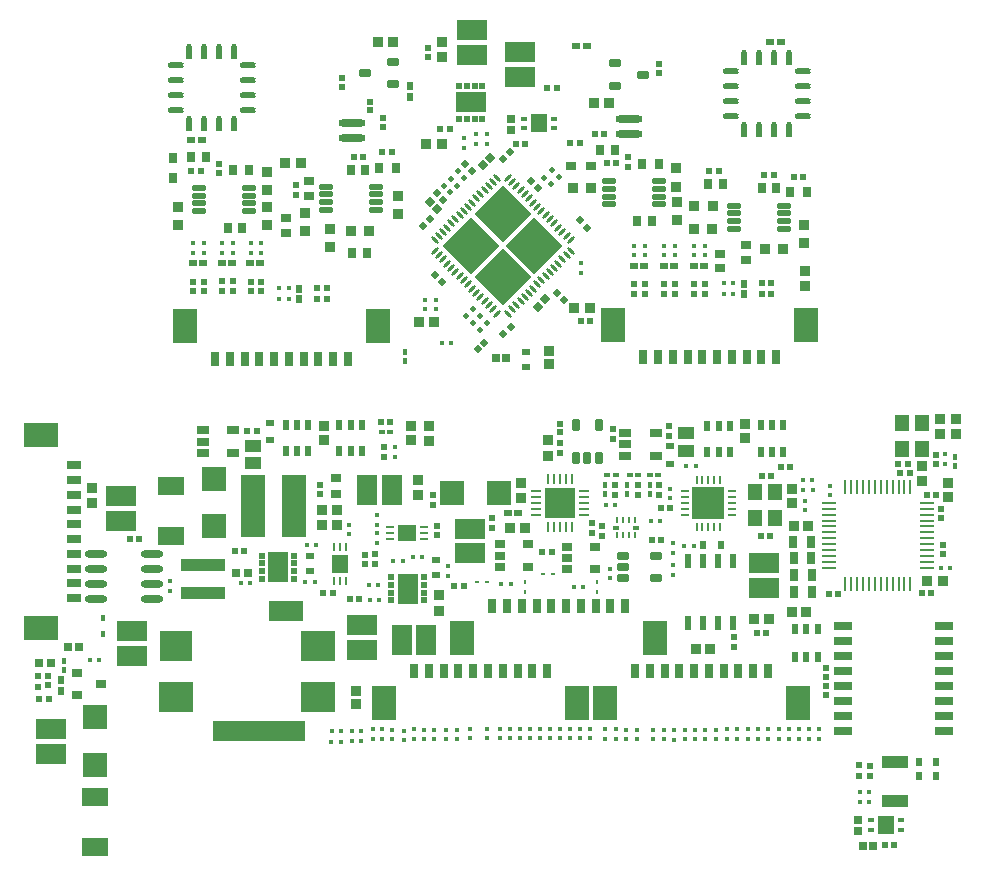
<source format=gtp>
G04*
G04 #@! TF.GenerationSoftware,Altium Limited,Altium Designer,21.4.1 (30)*
G04*
G04 Layer_Color=8421504*
%FSLAX25Y25*%
%MOIN*%
G70*
G04*
G04 #@! TF.SameCoordinates,52388346-E8D1-4751-8710-1ABE23D8764D*
G04*
G04*
G04 #@! TF.FilePolarity,Positive*
G04*
G01*
G75*
%ADD21R,0.02284X0.01181*%
%ADD22R,0.00984X0.02067*%
%ADD23R,0.00984X0.02067*%
%ADD24R,0.00984X0.02067*%
%ADD25R,0.00984X0.02067*%
%ADD26R,0.01772X0.01772*%
%ADD27R,0.01772X0.01968*%
%ADD28R,0.01772X0.01772*%
%ADD29R,0.03568X0.03563*%
%ADD30R,0.02205X0.02047*%
%ADD31R,0.02047X0.02047*%
%ADD32R,0.02047X0.02205*%
%ADD33O,0.00984X0.04921*%
%ADD34O,0.04921X0.00984*%
%ADD35R,0.02953X0.03937*%
%ADD36R,0.03543X0.03740*%
%ADD37R,0.02047X0.02047*%
%ADD38R,0.02205X0.03347*%
G04:AMPARAMS|DCode=39|XSize=43.31mil|YSize=23.62mil|CornerRadius=2.01mil|HoleSize=0mil|Usage=FLASHONLY|Rotation=0.000|XOffset=0mil|YOffset=0mil|HoleType=Round|Shape=RoundedRectangle|*
%AMROUNDEDRECTD39*
21,1,0.04331,0.01961,0,0,0.0*
21,1,0.03929,0.02362,0,0,0.0*
1,1,0.00402,0.01965,-0.00980*
1,1,0.00402,-0.01965,-0.00980*
1,1,0.00402,-0.01965,0.00980*
1,1,0.00402,0.01965,0.00980*
%
%ADD39ROUNDEDRECTD39*%
%ADD40R,0.00984X0.02756*%
%ADD41R,0.05315X0.06496*%
%ADD42R,0.08268X0.11811*%
%ADD43R,0.03150X0.05118*%
%ADD44R,0.07874X0.07874*%
%ADD45R,0.06704X0.10261*%
%ADD46R,0.11024X0.11024*%
%ADD47O,0.03150X0.00984*%
%ADD48O,0.00984X0.03150*%
%ADD49R,0.04724X0.05512*%
%ADD50R,0.03740X0.03543*%
%ADD51R,0.02362X0.03150*%
%ADD52R,0.07874X0.20866*%
%ADD53R,0.02953X0.03347*%
%ADD54R,0.03740X0.03150*%
%ADD55R,0.02756X0.03543*%
%ADD56R,0.03150X0.02362*%
%ADD57R,0.01968X0.02953*%
%ADD58R,0.02362X0.02165*%
%ADD59P,0.03062X4X90.0*%
%ADD60R,0.01968X0.02165*%
%ADD61R,0.06496X0.02992*%
%ADD62R,0.02362X0.03740*%
%ADD63R,0.03543X0.03150*%
%ADD64R,0.00984X0.01417*%
%ADD65R,0.03543X0.02559*%
%ADD66O,0.07480X0.02362*%
%ADD67R,0.02756X0.00984*%
%ADD68R,0.06496X0.05315*%
G04:AMPARAMS|DCode=69|XSize=20mil|YSize=50mil|CornerRadius=5mil|HoleSize=0mil|Usage=FLASHONLY|Rotation=180.000|XOffset=0mil|YOffset=0mil|HoleType=Round|Shape=RoundedRectangle|*
%AMROUNDEDRECTD69*
21,1,0.02000,0.04000,0,0,180.0*
21,1,0.01000,0.05000,0,0,180.0*
1,1,0.01000,-0.00500,0.02000*
1,1,0.01000,0.00500,0.02000*
1,1,0.01000,0.00500,-0.02000*
1,1,0.01000,-0.00500,-0.02000*
%
%ADD69ROUNDEDRECTD69*%
G04:AMPARAMS|DCode=70|XSize=20mil|YSize=50mil|CornerRadius=5mil|HoleSize=0mil|Usage=FLASHONLY|Rotation=90.000|XOffset=0mil|YOffset=0mil|HoleType=Round|Shape=RoundedRectangle|*
%AMROUNDEDRECTD70*
21,1,0.02000,0.04000,0,0,90.0*
21,1,0.01000,0.05000,0,0,90.0*
1,1,0.01000,0.02000,0.00500*
1,1,0.01000,0.02000,-0.00500*
1,1,0.01000,-0.02000,-0.00500*
1,1,0.01000,-0.02000,0.00500*
%
%ADD70ROUNDEDRECTD70*%
%ADD71R,0.08583X0.06378*%
%ADD72R,0.03150X0.03543*%
%ADD73R,0.03591X0.03381*%
%ADD74R,0.08661X0.04331*%
%ADD75R,0.03567X0.03379*%
%ADD76R,0.09921X0.06693*%
%ADD77R,0.01850X0.02205*%
%ADD78R,0.01575X0.01890*%
%ADD79R,0.31102X0.07087*%
%ADD80R,0.11417X0.07087*%
%ADD81R,0.11811X0.09843*%
%ADD82R,0.11024X0.09843*%
G04:AMPARAMS|DCode=83|XSize=17.72mil|YSize=45.28mil|CornerRadius=1.95mil|HoleSize=0mil|Usage=FLASHONLY|Rotation=90.000|XOffset=0mil|YOffset=0mil|HoleType=Round|Shape=RoundedRectangle|*
%AMROUNDEDRECTD83*
21,1,0.01772,0.04138,0,0,90.0*
21,1,0.01382,0.04528,0,0,90.0*
1,1,0.00390,0.02069,0.00691*
1,1,0.00390,0.02069,-0.00691*
1,1,0.00390,-0.02069,-0.00691*
1,1,0.00390,-0.02069,0.00691*
%
%ADD83ROUNDEDRECTD83*%
%ADD84R,0.02165X0.01575*%
%ADD85R,0.05512X0.06102*%
G04:AMPARAMS|DCode=86|XSize=23.62mil|YSize=39.37mil|CornerRadius=2.01mil|HoleSize=0mil|Usage=FLASHONLY|Rotation=270.000|XOffset=0mil|YOffset=0mil|HoleType=Round|Shape=RoundedRectangle|*
%AMROUNDEDRECTD86*
21,1,0.02362,0.03535,0,0,270.0*
21,1,0.01961,0.03937,0,0,270.0*
1,1,0.00402,-0.01768,-0.00980*
1,1,0.00402,-0.01768,0.00980*
1,1,0.00402,0.01768,0.00980*
1,1,0.00402,0.01768,-0.00980*
%
%ADD86ROUNDEDRECTD86*%
G04:AMPARAMS|DCode=87|XSize=23.62mil|YSize=39.37mil|CornerRadius=2.01mil|HoleSize=0mil|Usage=FLASHONLY|Rotation=180.000|XOffset=0mil|YOffset=0mil|HoleType=Round|Shape=RoundedRectangle|*
%AMROUNDEDRECTD87*
21,1,0.02362,0.03535,0,0,180.0*
21,1,0.01961,0.03937,0,0,180.0*
1,1,0.00402,-0.00980,0.01768*
1,1,0.00402,0.00980,0.01768*
1,1,0.00402,0.00980,-0.01768*
1,1,0.00402,-0.00980,-0.01768*
%
%ADD87ROUNDEDRECTD87*%
G04:AMPARAMS|DCode=88|XSize=21.65mil|YSize=49.21mil|CornerRadius=1.95mil|HoleSize=0mil|Usage=FLASHONLY|Rotation=180.000|XOffset=0mil|YOffset=0mil|HoleType=Round|Shape=RoundedRectangle|*
%AMROUNDEDRECTD88*
21,1,0.02165,0.04532,0,0,180.0*
21,1,0.01776,0.04921,0,0,180.0*
1,1,0.00390,-0.00888,0.02266*
1,1,0.00390,0.00888,0.02266*
1,1,0.00390,0.00888,-0.02266*
1,1,0.00390,-0.00888,-0.02266*
%
%ADD88ROUNDEDRECTD88*%
%ADD89O,0.03740X0.00984*%
%ADD90R,0.10236X0.10236*%
%ADD91O,0.00984X0.03740*%
%ADD92R,0.05315X0.04134*%
%ADD93R,0.02441X0.02598*%
%ADD94R,0.02677X0.02520*%
%ADD95R,0.03071X0.02913*%
%ADD96R,0.02992X0.02835*%
G04:AMPARAMS|DCode=97|XSize=9.84mil|YSize=31.5mil|CornerRadius=0mil|HoleSize=0mil|Usage=FLASHONLY|Rotation=135.000|XOffset=0mil|YOffset=0mil|HoleType=Round|Shape=Round|*
%AMOVALD97*
21,1,0.02165,0.00984,0.00000,0.00000,225.0*
1,1,0.00984,0.00766,0.00766*
1,1,0.00984,-0.00766,-0.00766*
%
%ADD97OVALD97*%

%ADD98P,0.18930X4X90.0*%
G04:AMPARAMS|DCode=99|XSize=9.84mil|YSize=31.5mil|CornerRadius=0mil|HoleSize=0mil|Usage=FLASHONLY|Rotation=45.000|XOffset=0mil|YOffset=0mil|HoleType=Round|Shape=Round|*
%AMOVALD99*
21,1,0.02165,0.00984,0.00000,0.00000,135.0*
1,1,0.00984,0.00766,-0.00766*
1,1,0.00984,-0.00766,0.00766*
%
%ADD99OVALD99*%

%ADD100R,0.14567X0.03937*%
%ADD101O,0.09055X0.02362*%
%ADD102R,0.10261X0.06704*%
%ADD103R,0.02598X0.02441*%
%ADD104P,0.02895X4X180.0*%
%ADD105R,0.02520X0.02677*%
%ADD106P,0.02895X4X270.0*%
G04:AMPARAMS|DCode=107|XSize=24.41mil|YSize=25.98mil|CornerRadius=0mil|HoleSize=0mil|Usage=FLASHONLY|Rotation=135.000|XOffset=0mil|YOffset=0mil|HoleType=Round|Shape=Rectangle|*
%AMROTATEDRECTD107*
4,1,4,0.01782,0.00056,-0.00056,-0.01782,-0.01782,-0.00056,0.00056,0.01782,0.01782,0.00056,0.0*
%
%ADD107ROTATEDRECTD107*%

G04:AMPARAMS|DCode=108|XSize=24.41mil|YSize=25.98mil|CornerRadius=0mil|HoleSize=0mil|Usage=FLASHONLY|Rotation=45.000|XOffset=0mil|YOffset=0mil|HoleType=Round|Shape=Rectangle|*
%AMROTATEDRECTD108*
4,1,4,0.00056,-0.01782,-0.01782,0.00056,-0.00056,0.01782,0.01782,-0.00056,0.00056,-0.01782,0.0*
%
%ADD108ROTATEDRECTD108*%

%ADD109R,0.07874X0.07874*%
%ADD110R,0.01417X0.00984*%
%ADD111R,0.03379X0.03567*%
%ADD112R,0.11811X0.08268*%
%ADD113R,0.05118X0.03150*%
%ADD114R,0.01968X0.01772*%
%ADD115R,0.02631X0.02648*%
%ADD116R,0.02165X0.01968*%
%ADD117R,0.02165X0.02165*%
%ADD118R,0.02953X0.01968*%
%ADD119R,0.03347X0.02953*%
%ADD120R,0.03543X0.03150*%
%ADD121R,0.03381X0.03591*%
%ADD122P,0.02506X4X270.0*%
%ADD123P,0.02506X4X360.0*%
%ADD124P,0.03062X4X360.0*%
%ADD125R,0.06693X0.09921*%
%ADD126R,0.02205X0.01850*%
D21*
X274014Y231300D02*
D03*
X280786Y231300D02*
D03*
D22*
X274447Y233810D02*
D03*
X276416Y233810D02*
D03*
D23*
X278384Y233810D02*
D03*
X274447Y228790D02*
D03*
D24*
X280353Y233810D02*
D03*
X276416Y228790D02*
D03*
D25*
X280353Y228790D02*
D03*
X278384Y228790D02*
D03*
D26*
X383900Y255775D02*
D03*
Y252625D02*
D03*
X337200Y237225D02*
D03*
Y240375D02*
D03*
X345400Y245275D02*
D03*
Y242125D02*
D03*
X272100Y217675D02*
D03*
Y214525D02*
D03*
X227405Y359261D02*
D03*
Y362411D02*
D03*
X293100Y218775D02*
D03*
Y215625D02*
D03*
X199358Y160736D02*
D03*
Y163886D02*
D03*
X206740Y164079D02*
D03*
Y160930D02*
D03*
X209988Y160736D02*
D03*
Y163886D02*
D03*
X213531Y163886D02*
D03*
Y160736D02*
D03*
X217469Y163886D02*
D03*
Y160736D02*
D03*
X225342Y161130D02*
D03*
Y164279D02*
D03*
X231248Y161130D02*
D03*
Y164279D02*
D03*
X235479Y164279D02*
D03*
Y161130D02*
D03*
X242272Y164279D02*
D03*
Y161130D02*
D03*
X248865Y161130D02*
D03*
Y164279D02*
D03*
X255364Y164279D02*
D03*
Y161130D02*
D03*
X262057Y161130D02*
D03*
Y164279D02*
D03*
X270500Y161025D02*
D03*
Y164175D02*
D03*
X277400Y163975D02*
D03*
Y160825D02*
D03*
X281000Y160825D02*
D03*
Y163975D02*
D03*
X286447Y163886D02*
D03*
Y160736D02*
D03*
X296996Y163886D02*
D03*
Y160736D02*
D03*
X300539Y160736D02*
D03*
Y163886D02*
D03*
X307526Y163886D02*
D03*
Y160736D02*
D03*
X314500Y164175D02*
D03*
Y161025D02*
D03*
X321500Y160925D02*
D03*
Y164075D02*
D03*
X324900Y164075D02*
D03*
Y160925D02*
D03*
X331700Y160925D02*
D03*
Y164075D02*
D03*
X338500Y160950D02*
D03*
Y164100D02*
D03*
X238728Y164279D02*
D03*
Y161130D02*
D03*
X245521Y164279D02*
D03*
Y161130D02*
D03*
X258613Y161130D02*
D03*
Y164279D02*
D03*
X335100Y164075D02*
D03*
Y160925D02*
D03*
X318000Y164175D02*
D03*
Y161025D02*
D03*
X341800Y160925D02*
D03*
Y164075D02*
D03*
X265306Y164279D02*
D03*
Y161130D02*
D03*
X311200Y164150D02*
D03*
Y161000D02*
D03*
X274000Y164175D02*
D03*
Y161025D02*
D03*
X203346Y163583D02*
D03*
Y160433D02*
D03*
X289990Y160736D02*
D03*
Y163886D02*
D03*
X221012Y163886D02*
D03*
Y160736D02*
D03*
X328300Y160925D02*
D03*
Y164075D02*
D03*
X303789Y163886D02*
D03*
Y160736D02*
D03*
X252114Y161130D02*
D03*
Y164279D02*
D03*
X200492Y255020D02*
D03*
Y258169D02*
D03*
X185138Y229134D02*
D03*
Y232283D02*
D03*
X194300Y229475D02*
D03*
Y226325D02*
D03*
X194506Y232286D02*
D03*
Y235436D02*
D03*
X125315Y213464D02*
D03*
Y210315D02*
D03*
X218200Y215325D02*
D03*
Y218475D02*
D03*
X292200Y244275D02*
D03*
Y241125D02*
D03*
X293100Y222925D02*
D03*
Y226075D02*
D03*
X262400Y316325D02*
D03*
Y319475D02*
D03*
X223600Y361075D02*
D03*
Y357925D02*
D03*
X230948Y359261D02*
D03*
Y362411D02*
D03*
X133107Y326107D02*
D03*
Y322958D02*
D03*
X142849Y326207D02*
D03*
Y323058D02*
D03*
X152298Y326107D02*
D03*
Y322958D02*
D03*
X280161Y322129D02*
D03*
Y325278D02*
D03*
X290210Y322129D02*
D03*
Y325278D02*
D03*
X300259Y322129D02*
D03*
Y325278D02*
D03*
X136650Y326107D02*
D03*
Y322958D02*
D03*
X146392Y326207D02*
D03*
Y323058D02*
D03*
X155841Y326107D02*
D03*
Y322958D02*
D03*
X283705Y322129D02*
D03*
Y325278D02*
D03*
X293754Y322129D02*
D03*
Y325278D02*
D03*
X303802Y322129D02*
D03*
Y325278D02*
D03*
X293500Y163850D02*
D03*
Y160700D02*
D03*
X210300Y307275D02*
D03*
Y304125D02*
D03*
X214200Y307375D02*
D03*
Y304225D02*
D03*
D27*
X387200Y254776D02*
D03*
Y251824D02*
D03*
X90231Y183968D02*
D03*
Y186921D02*
D03*
X203937Y286909D02*
D03*
Y289862D02*
D03*
X270438Y242495D02*
D03*
Y245448D02*
D03*
X277918Y242495D02*
D03*
Y245448D02*
D03*
X285299Y242495D02*
D03*
Y245448D02*
D03*
D28*
X336425Y247100D02*
D03*
X339575D02*
D03*
X336525Y243900D02*
D03*
X339675D02*
D03*
X385575Y218000D02*
D03*
X382425D02*
D03*
X355325Y140000D02*
D03*
X358475D02*
D03*
X355325Y143200D02*
D03*
X358475D02*
D03*
X191625Y212400D02*
D03*
X194775D02*
D03*
X182390Y159949D02*
D03*
X179240D02*
D03*
X189122Y160343D02*
D03*
X185972D02*
D03*
X196209Y164378D02*
D03*
X193059D02*
D03*
X193059Y160835D02*
D03*
X196209D02*
D03*
X182429Y163492D02*
D03*
X179279D02*
D03*
X189122Y163592D02*
D03*
X185972D02*
D03*
X270625Y238800D02*
D03*
X273775D02*
D03*
X171096Y225575D02*
D03*
X174246D02*
D03*
X170491Y213372D02*
D03*
X173641D02*
D03*
X148991Y212772D02*
D03*
X152141D02*
D03*
X203075Y220300D02*
D03*
X199925D02*
D03*
X209467Y221656D02*
D03*
X206317D02*
D03*
X98719Y187278D02*
D03*
X101868D02*
D03*
X192025Y207400D02*
D03*
X195175D02*
D03*
X239075Y212700D02*
D03*
X235925D02*
D03*
X263275Y211600D02*
D03*
X260125D02*
D03*
X285725Y233700D02*
D03*
X288875D02*
D03*
X299975Y225100D02*
D03*
X296825D02*
D03*
X297550Y251900D02*
D03*
X300700D02*
D03*
X161883Y307643D02*
D03*
X165032D02*
D03*
X313234Y309271D02*
D03*
X310084D02*
D03*
X161883Y311186D02*
D03*
X165032D02*
D03*
X313234Y312814D02*
D03*
X310084D02*
D03*
X219200Y292800D02*
D03*
X216050D02*
D03*
D29*
X384700Y246264D02*
D03*
Y241536D02*
D03*
X176700Y265164D02*
D03*
Y260436D02*
D03*
X317200Y261136D02*
D03*
Y265864D02*
D03*
D30*
X377665Y242200D02*
D03*
X380735D02*
D03*
X368265Y252600D02*
D03*
X371335D02*
D03*
X325465Y228634D02*
D03*
X322394D02*
D03*
X111965Y227700D02*
D03*
X115035D02*
D03*
X322787Y248713D02*
D03*
X325858D02*
D03*
D31*
X383100Y222525D02*
D03*
Y225675D02*
D03*
X382400Y237575D02*
D03*
Y234425D02*
D03*
X273688Y245546D02*
D03*
Y242397D02*
D03*
X281462Y245546D02*
D03*
Y242397D02*
D03*
X288548Y245546D02*
D03*
Y242397D02*
D03*
X266100Y229625D02*
D03*
Y232775D02*
D03*
X214589Y231991D02*
D03*
Y228841D02*
D03*
X193900Y222475D02*
D03*
Y219325D02*
D03*
X212992Y238976D02*
D03*
Y242126D02*
D03*
X255610Y256299D02*
D03*
Y259449D02*
D03*
X196500Y367975D02*
D03*
Y364825D02*
D03*
X288500Y385975D02*
D03*
Y382825D02*
D03*
X182800Y378125D02*
D03*
Y381275D02*
D03*
X291800Y261925D02*
D03*
Y265075D02*
D03*
X274127Y352787D02*
D03*
X270977D02*
D03*
X135698Y350317D02*
D03*
X132548D02*
D03*
X326661Y348879D02*
D03*
X323512D02*
D03*
X189775Y354900D02*
D03*
X186625D02*
D03*
X308398Y350104D02*
D03*
X305248D02*
D03*
X278064Y351606D02*
D03*
Y354755D02*
D03*
X141715Y349438D02*
D03*
Y352588D02*
D03*
X232677Y231299D02*
D03*
Y234449D02*
D03*
X269400Y228625D02*
D03*
Y231775D02*
D03*
X175591Y242539D02*
D03*
Y245689D02*
D03*
X344100Y181525D02*
D03*
Y184675D02*
D03*
Y178575D02*
D03*
Y175425D02*
D03*
X313300Y191625D02*
D03*
Y194775D02*
D03*
X196684Y258161D02*
D03*
Y255011D02*
D03*
X190300Y222375D02*
D03*
Y219225D02*
D03*
X136650Y310159D02*
D03*
Y313309D02*
D03*
X146392Y310259D02*
D03*
Y313409D02*
D03*
X155841Y310159D02*
D03*
Y313309D02*
D03*
X283705Y312480D02*
D03*
Y309330D02*
D03*
X293754Y312480D02*
D03*
Y309330D02*
D03*
X303802Y312480D02*
D03*
Y309330D02*
D03*
X133107Y310159D02*
D03*
Y313309D02*
D03*
X142849Y310259D02*
D03*
Y313409D02*
D03*
X152298Y310159D02*
D03*
Y313309D02*
D03*
X280161Y312480D02*
D03*
Y309330D02*
D03*
X290210Y312480D02*
D03*
Y309330D02*
D03*
X300259Y312480D02*
D03*
Y309330D02*
D03*
X273200Y264075D02*
D03*
Y260925D02*
D03*
X211300Y388250D02*
D03*
Y391400D02*
D03*
D32*
X380700Y252465D02*
D03*
Y255535D02*
D03*
D33*
X350573Y212560D02*
D03*
X352542D02*
D03*
X354510D02*
D03*
X356479D02*
D03*
X358447D02*
D03*
X360416D02*
D03*
X362384D02*
D03*
X364353D02*
D03*
X366321D02*
D03*
X368290D02*
D03*
X370258D02*
D03*
X372227D02*
D03*
Y245040D02*
D03*
X370258D02*
D03*
X368290D02*
D03*
X366321D02*
D03*
X364353D02*
D03*
X362384D02*
D03*
X360416D02*
D03*
X358447D02*
D03*
X356479D02*
D03*
X354510D02*
D03*
X352542D02*
D03*
X350573D02*
D03*
D34*
X377640Y217973D02*
D03*
Y219942D02*
D03*
Y221910D02*
D03*
Y223879D02*
D03*
Y225847D02*
D03*
Y227816D02*
D03*
Y229784D02*
D03*
Y231753D02*
D03*
Y233721D02*
D03*
Y235690D02*
D03*
Y237658D02*
D03*
Y239627D02*
D03*
X345160D02*
D03*
Y237658D02*
D03*
Y235690D02*
D03*
Y233721D02*
D03*
Y231753D02*
D03*
Y229784D02*
D03*
Y227816D02*
D03*
Y225847D02*
D03*
Y223879D02*
D03*
Y221910D02*
D03*
Y219942D02*
D03*
Y217973D02*
D03*
D35*
X339053Y226600D02*
D03*
X333147D02*
D03*
X333347Y221100D02*
D03*
X339253D02*
D03*
X339353Y215500D02*
D03*
X333447D02*
D03*
X339453Y209800D02*
D03*
X333547D02*
D03*
D36*
X387359Y262700D02*
D03*
X382241D02*
D03*
X387359Y267500D02*
D03*
X382241D02*
D03*
X377941Y213700D02*
D03*
X383059D02*
D03*
X260227Y304459D02*
D03*
X265345D02*
D03*
X271775Y372991D02*
D03*
X266657D02*
D03*
X199759Y393300D02*
D03*
X194641D02*
D03*
X163841Y352800D02*
D03*
X168959D02*
D03*
X243859Y231100D02*
D03*
X238741D02*
D03*
X215959Y359100D02*
D03*
X210841D02*
D03*
X320067Y200894D02*
D03*
X325185D02*
D03*
X208341Y300000D02*
D03*
X213459D02*
D03*
D37*
X329073Y251627D02*
D03*
X332222D02*
D03*
X368825Y249500D02*
D03*
X371975D02*
D03*
X379175Y209700D02*
D03*
X376025D02*
D03*
X345025Y209200D02*
D03*
X348175D02*
D03*
X167545Y345511D02*
D03*
Y342361D02*
D03*
X218614Y364100D02*
D03*
X215465D02*
D03*
X195725Y266600D02*
D03*
X198875D02*
D03*
X179675Y209600D02*
D03*
X176525D02*
D03*
X150141Y223472D02*
D03*
X146991D02*
D03*
X188475Y207600D02*
D03*
X185325D02*
D03*
X261975Y359500D02*
D03*
X258825D02*
D03*
X265542Y300128D02*
D03*
X262392D02*
D03*
X154300Y263500D02*
D03*
X151150D02*
D03*
X336575Y348200D02*
D03*
X333425D02*
D03*
X199396Y356694D02*
D03*
X196246D02*
D03*
X286025Y227200D02*
D03*
X289175D02*
D03*
X252675Y223300D02*
D03*
X249525D02*
D03*
X220185Y211917D02*
D03*
X223335D02*
D03*
X292272Y237902D02*
D03*
X289122D02*
D03*
X321002Y196384D02*
D03*
X324151D02*
D03*
X251181Y378051D02*
D03*
X254331D02*
D03*
X177631Y311186D02*
D03*
X174481D02*
D03*
X322682Y312814D02*
D03*
X325832D02*
D03*
X177631Y307643D02*
D03*
X174481D02*
D03*
X322682Y309271D02*
D03*
X325832D02*
D03*
D38*
X341340Y197723D02*
D03*
X337600D02*
D03*
X333860D02*
D03*
Y188077D02*
D03*
X337600D02*
D03*
X341340D02*
D03*
D39*
X287418Y262840D02*
D03*
Y255360D02*
D03*
X277182D02*
D03*
Y259100D02*
D03*
Y262840D02*
D03*
X146519Y263782D02*
D03*
Y256301D02*
D03*
X136283D02*
D03*
Y260041D02*
D03*
Y263782D02*
D03*
D40*
X180231Y213670D02*
D03*
X182200D02*
D03*
X184169D02*
D03*
Y224930D02*
D03*
X182200D02*
D03*
X180231D02*
D03*
D41*
X182200Y219300D02*
D03*
D42*
X222861Y194473D02*
D03*
X287231D02*
D03*
X196799Y172744D02*
D03*
X261169D02*
D03*
X270421D02*
D03*
X334791D02*
D03*
X273143Y298906D02*
D03*
X337513D02*
D03*
X130439Y298527D02*
D03*
X194809D02*
D03*
D43*
X232900Y205300D02*
D03*
X237821D02*
D03*
X242742D02*
D03*
X247664D02*
D03*
X277191D02*
D03*
X272270D02*
D03*
X267349D02*
D03*
X262428D02*
D03*
X257506D02*
D03*
X252585D02*
D03*
X206838Y183571D02*
D03*
X211760D02*
D03*
X216681D02*
D03*
X221602D02*
D03*
X251130D02*
D03*
X246209D02*
D03*
X241287D02*
D03*
X236366D02*
D03*
X231445D02*
D03*
X226524D02*
D03*
X280461D02*
D03*
X285382D02*
D03*
X290303D02*
D03*
X295224D02*
D03*
X324752D02*
D03*
X319831D02*
D03*
X314909D02*
D03*
X309988D02*
D03*
X305067D02*
D03*
X300146D02*
D03*
X307789Y288079D02*
D03*
X302868D02*
D03*
X297947D02*
D03*
X293025D02*
D03*
X288104D02*
D03*
X283183D02*
D03*
X312710D02*
D03*
X317632D02*
D03*
X322553D02*
D03*
X327474D02*
D03*
X165085Y287700D02*
D03*
X160164D02*
D03*
X155243D02*
D03*
X150321D02*
D03*
X145400D02*
D03*
X140479D02*
D03*
X170006D02*
D03*
X174928D02*
D03*
X179849D02*
D03*
X184770D02*
D03*
D44*
X219390Y242815D02*
D03*
X235138D02*
D03*
D45*
X191139Y243996D02*
D03*
X199412D02*
D03*
X202664Y193900D02*
D03*
X210936D02*
D03*
D46*
X304909Y239476D02*
D03*
D47*
X297036Y235540D02*
D03*
Y237508D02*
D03*
Y239476D02*
D03*
Y241445D02*
D03*
Y243413D02*
D03*
X312784D02*
D03*
Y241445D02*
D03*
Y239476D02*
D03*
Y237508D02*
D03*
Y235540D02*
D03*
D48*
X300973Y247351D02*
D03*
X302941D02*
D03*
X304909D02*
D03*
X306878D02*
D03*
X308846D02*
D03*
Y231603D02*
D03*
X306878D02*
D03*
X304909D02*
D03*
X302941D02*
D03*
X300973D02*
D03*
D49*
X369553Y266331D02*
D03*
Y257669D02*
D03*
X376247D02*
D03*
Y266331D02*
D03*
X320583Y243201D02*
D03*
Y234539D02*
D03*
X327276D02*
D03*
Y243201D02*
D03*
D50*
X376000Y246941D02*
D03*
Y252059D02*
D03*
X181102Y237387D02*
D03*
Y232269D02*
D03*
X176000Y237359D02*
D03*
Y232241D02*
D03*
X215987Y388198D02*
D03*
Y393317D02*
D03*
X242400Y241141D02*
D03*
Y246259D02*
D03*
X215100Y203641D02*
D03*
Y208759D02*
D03*
X251500Y260459D02*
D03*
Y255341D02*
D03*
X211900Y265359D02*
D03*
Y260241D02*
D03*
X208268Y242126D02*
D03*
Y247244D02*
D03*
X337032Y311844D02*
D03*
Y316962D02*
D03*
X99410Y244587D02*
D03*
Y239469D02*
D03*
D51*
X375046Y148600D02*
D03*
X380754D02*
D03*
X375046Y153200D02*
D03*
X380754D02*
D03*
D52*
X166929Y238602D02*
D03*
X153150D02*
D03*
D53*
X144612Y331338D02*
D03*
X149533D02*
D03*
X273832Y357117D02*
D03*
X268910D02*
D03*
X137328Y354960D02*
D03*
X132407D02*
D03*
X327547Y344548D02*
D03*
X322626D02*
D03*
X190561Y350500D02*
D03*
X185639D02*
D03*
X309677Y345773D02*
D03*
X304756D02*
D03*
X191161Y322900D02*
D03*
X186239D02*
D03*
X281115Y333495D02*
D03*
X286036D02*
D03*
D54*
X180709Y247953D02*
D03*
Y242638D02*
D03*
D55*
X200677Y351194D02*
D03*
X195165D02*
D03*
X282827Y352635D02*
D03*
X288338D02*
D03*
X146324Y350477D02*
D03*
X151835D02*
D03*
X337756Y343200D02*
D03*
X332244D02*
D03*
D56*
X244094Y290059D02*
D03*
Y284941D02*
D03*
X172166Y222031D02*
D03*
Y216913D02*
D03*
X214191Y215554D02*
D03*
Y220672D02*
D03*
D57*
X309053Y225500D02*
D03*
X303147D02*
D03*
D58*
X81747Y174283D02*
D03*
X85094D02*
D03*
D59*
X262047Y333753D02*
D03*
X264553Y331247D02*
D03*
D60*
X192200Y370424D02*
D03*
Y373376D02*
D03*
X255610Y263090D02*
D03*
Y266043D02*
D03*
X84921Y178907D02*
D03*
Y181860D02*
D03*
D61*
X349872Y198500D02*
D03*
X383376Y163500D02*
D03*
Y168500D02*
D03*
Y173500D02*
D03*
Y178500D02*
D03*
Y183500D02*
D03*
Y188500D02*
D03*
Y193500D02*
D03*
Y198500D02*
D03*
X349872Y163500D02*
D03*
Y168500D02*
D03*
Y173500D02*
D03*
Y178500D02*
D03*
Y183500D02*
D03*
Y188500D02*
D03*
Y193500D02*
D03*
D62*
X171562Y265628D02*
D03*
X167822D02*
D03*
X164081D02*
D03*
X171562Y256770D02*
D03*
X167822D02*
D03*
X164081D02*
D03*
X329940Y265429D02*
D03*
X326200D02*
D03*
X322460D02*
D03*
X329940Y256571D02*
D03*
X326200D02*
D03*
X322460D02*
D03*
X189375Y265734D02*
D03*
X185635D02*
D03*
X181895D02*
D03*
X189375Y256875D02*
D03*
X185635D02*
D03*
X181895D02*
D03*
X312027Y265325D02*
D03*
X308286D02*
D03*
X304546D02*
D03*
X312027Y256466D02*
D03*
X308286D02*
D03*
X304546D02*
D03*
D63*
X94585Y182947D02*
D03*
Y175467D02*
D03*
X102459Y179207D02*
D03*
D64*
X267800Y213253D02*
D03*
Y209946D02*
D03*
X243700Y213154D02*
D03*
Y209846D02*
D03*
D65*
X267124Y225040D02*
D03*
Y217560D02*
D03*
X257676D02*
D03*
Y221300D02*
D03*
Y225040D02*
D03*
X244824Y225740D02*
D03*
Y218260D02*
D03*
X235376D02*
D03*
Y222000D02*
D03*
Y225740D02*
D03*
D66*
X100787Y222559D02*
D03*
Y217559D02*
D03*
Y212559D02*
D03*
Y207559D02*
D03*
X119291Y222559D02*
D03*
Y217559D02*
D03*
Y212559D02*
D03*
Y207559D02*
D03*
D67*
X209979Y227562D02*
D03*
Y229530D02*
D03*
Y231499D02*
D03*
X198719D02*
D03*
Y229530D02*
D03*
Y227562D02*
D03*
D68*
X204349Y229530D02*
D03*
D69*
X131900Y366000D02*
D03*
X136900D02*
D03*
X141900D02*
D03*
X146900D02*
D03*
Y390000D02*
D03*
X141900D02*
D03*
X136900D02*
D03*
X131900D02*
D03*
X331856Y388027D02*
D03*
X326856D02*
D03*
X321856D02*
D03*
X316856D02*
D03*
Y364027D02*
D03*
X321856D02*
D03*
X326856D02*
D03*
X331856D02*
D03*
D70*
X151400Y370500D02*
D03*
Y375500D02*
D03*
Y380500D02*
D03*
Y385500D02*
D03*
X127400D02*
D03*
Y380500D02*
D03*
Y375500D02*
D03*
Y370500D02*
D03*
X312356Y383527D02*
D03*
Y378527D02*
D03*
Y373527D02*
D03*
Y368527D02*
D03*
X336356D02*
D03*
Y373527D02*
D03*
Y378527D02*
D03*
Y383527D02*
D03*
D71*
X125689Y245216D02*
D03*
Y228602D02*
D03*
X100492Y125059D02*
D03*
Y141673D02*
D03*
D72*
X126500Y347853D02*
D03*
Y354546D02*
D03*
D73*
X157700Y332242D02*
D03*
Y338358D02*
D03*
X294205Y345004D02*
D03*
Y351120D02*
D03*
X157800Y343842D02*
D03*
Y349958D02*
D03*
X336817Y326268D02*
D03*
Y332384D02*
D03*
X201400Y335742D02*
D03*
Y341858D02*
D03*
X178800Y324742D02*
D03*
Y330858D02*
D03*
X128000Y338258D02*
D03*
Y332142D02*
D03*
X170301Y330248D02*
D03*
Y336364D02*
D03*
X294400Y333942D02*
D03*
Y340058D02*
D03*
D74*
X367100Y140204D02*
D03*
Y153196D02*
D03*
D75*
X305468Y190900D02*
D03*
X300932D02*
D03*
X332932Y203200D02*
D03*
X337468D02*
D03*
X333432Y231800D02*
D03*
X337968D02*
D03*
D76*
X225700Y373100D02*
D03*
D77*
X221861Y378494D02*
D03*
X224420D02*
D03*
X226979D02*
D03*
X229539D02*
D03*
Y367706D02*
D03*
X226979D02*
D03*
X224420D02*
D03*
X221861D02*
D03*
D78*
X103000Y196002D02*
D03*
Y201198D02*
D03*
D79*
X155037Y163521D02*
D03*
D80*
X164092Y203679D02*
D03*
D81*
X174722Y191868D02*
D03*
Y174939D02*
D03*
X127478D02*
D03*
D82*
Y191868D02*
D03*
D83*
X194021Y337341D02*
D03*
Y339900D02*
D03*
Y342460D02*
D03*
Y345019D02*
D03*
X177289Y337341D02*
D03*
Y339900D02*
D03*
Y342460D02*
D03*
Y345019D02*
D03*
X288399Y339106D02*
D03*
Y341665D02*
D03*
Y344224D02*
D03*
Y346783D02*
D03*
X271666Y339106D02*
D03*
Y341665D02*
D03*
Y344224D02*
D03*
Y346783D02*
D03*
X151895Y336948D02*
D03*
Y339507D02*
D03*
Y342066D02*
D03*
Y344625D02*
D03*
X135163Y336948D02*
D03*
Y339507D02*
D03*
Y342066D02*
D03*
Y344625D02*
D03*
X330124Y330999D02*
D03*
Y333558D02*
D03*
Y336117D02*
D03*
Y338676D02*
D03*
X313392Y330999D02*
D03*
Y333558D02*
D03*
Y336117D02*
D03*
Y338676D02*
D03*
D84*
X253605Y367720D02*
D03*
Y364570D02*
D03*
X243368Y367720D02*
D03*
Y364570D02*
D03*
X369237Y133782D02*
D03*
Y130632D02*
D03*
X359001Y133782D02*
D03*
Y130632D02*
D03*
D85*
X248486Y366145D02*
D03*
X364119Y132207D02*
D03*
D86*
X190352Y382903D02*
D03*
X199801Y386643D02*
D03*
Y379163D02*
D03*
X283224Y382400D02*
D03*
X273776Y378660D02*
D03*
Y386140D02*
D03*
X287409Y221957D02*
D03*
Y214476D02*
D03*
X276583D02*
D03*
Y218217D02*
D03*
Y221957D02*
D03*
D87*
X260860Y265413D02*
D03*
X268340D02*
D03*
Y254587D02*
D03*
X264600D02*
D03*
X260860D02*
D03*
D88*
X313000Y220335D02*
D03*
X308000D02*
D03*
X303000D02*
D03*
X298000D02*
D03*
X313000Y199665D02*
D03*
X308000D02*
D03*
X303000D02*
D03*
X298000D02*
D03*
D89*
X247391Y241496D02*
D03*
X263335Y243465D02*
D03*
Y241496D02*
D03*
Y239528D02*
D03*
Y237559D02*
D03*
Y235591D02*
D03*
X247391D02*
D03*
Y237559D02*
D03*
Y239528D02*
D03*
Y243465D02*
D03*
D90*
X255363Y239528D02*
D03*
D91*
X259300Y231555D02*
D03*
X257331D02*
D03*
X255363D02*
D03*
X253395D02*
D03*
X251426D02*
D03*
Y247500D02*
D03*
X253395D02*
D03*
X255363D02*
D03*
X257331D02*
D03*
X259300D02*
D03*
D92*
X153100Y258653D02*
D03*
Y252747D02*
D03*
X297300Y262753D02*
D03*
Y256847D02*
D03*
D93*
X316777Y312539D02*
D03*
Y309153D02*
D03*
X89021Y180516D02*
D03*
Y177051D02*
D03*
X205438Y378425D02*
D03*
Y375039D02*
D03*
X168576Y310911D02*
D03*
Y307525D02*
D03*
D94*
X234095Y287992D02*
D03*
X237559D02*
D03*
X359932Y125100D02*
D03*
X356468D02*
D03*
D95*
X85650Y186083D02*
D03*
X81791D02*
D03*
D96*
X91376Y191412D02*
D03*
X95235D02*
D03*
D97*
X259009Y327183D02*
D03*
X257617Y328575D02*
D03*
X256225Y329967D02*
D03*
X254833Y331359D02*
D03*
X253441Y332751D02*
D03*
X252049Y334143D02*
D03*
X250657Y335535D02*
D03*
X249265Y336927D02*
D03*
X247873Y338319D02*
D03*
X246481Y339711D02*
D03*
X245090Y341103D02*
D03*
X243698Y342495D02*
D03*
X242306Y343886D02*
D03*
X240914Y345278D02*
D03*
X239522Y346670D02*
D03*
X238130Y348062D02*
D03*
X234511Y302685D02*
D03*
X233119Y304077D02*
D03*
X231727Y305469D02*
D03*
X230335Y306861D02*
D03*
X228943Y308253D02*
D03*
X227551Y309645D02*
D03*
X226159Y311037D02*
D03*
X224767Y312429D02*
D03*
X223375Y313821D02*
D03*
X221983Y315212D02*
D03*
X220591Y316604D02*
D03*
X219199Y317996D02*
D03*
X217808Y319388D02*
D03*
X216416Y320780D02*
D03*
X215024Y322172D02*
D03*
X213632Y323564D02*
D03*
D98*
X236320Y335952D02*
D03*
X225742Y325374D02*
D03*
X246899D02*
D03*
X236320Y314795D02*
D03*
D99*
X213632Y327183D02*
D03*
X215024Y328575D02*
D03*
X216416Y329967D02*
D03*
X217808Y331359D02*
D03*
X219199Y332751D02*
D03*
X220591Y334143D02*
D03*
X221983Y335535D02*
D03*
X223375Y336927D02*
D03*
X224767Y338319D02*
D03*
X226159Y339711D02*
D03*
X227551Y341103D02*
D03*
X228943Y342495D02*
D03*
X230335Y343886D02*
D03*
X231727Y345278D02*
D03*
X233119Y346670D02*
D03*
X234511Y348062D02*
D03*
X259009Y323564D02*
D03*
X257617Y322172D02*
D03*
X256225Y320780D02*
D03*
X254833Y319388D02*
D03*
X253441Y317996D02*
D03*
X252049Y316604D02*
D03*
X250657Y315212D02*
D03*
X249265Y313821D02*
D03*
X247873Y312429D02*
D03*
X246481Y311037D02*
D03*
X245090Y309645D02*
D03*
X243698Y308253D02*
D03*
X242306Y306861D02*
D03*
X240914Y305469D02*
D03*
X239522Y304077D02*
D03*
X238130Y302685D02*
D03*
D100*
X136600Y218826D02*
D03*
Y209574D02*
D03*
D101*
X186229Y366400D02*
D03*
Y361400D02*
D03*
X278320Y362547D02*
D03*
Y367547D02*
D03*
D102*
X85900Y164336D02*
D03*
Y156064D02*
D03*
X189400Y198836D02*
D03*
Y190564D02*
D03*
X112900Y188664D02*
D03*
Y196936D02*
D03*
X109000Y241836D02*
D03*
Y233564D02*
D03*
X225400Y222764D02*
D03*
Y231036D02*
D03*
X323400Y219636D02*
D03*
Y211364D02*
D03*
X242126Y381494D02*
D03*
Y389766D02*
D03*
X226200Y397136D02*
D03*
Y388864D02*
D03*
D103*
X238007Y236200D02*
D03*
X241393D02*
D03*
X260907Y391800D02*
D03*
X264293D02*
D03*
X325607Y393100D02*
D03*
X328993D02*
D03*
X132607Y360700D02*
D03*
X135993D02*
D03*
X136374Y319414D02*
D03*
X132989D02*
D03*
X146117Y319515D02*
D03*
X142731D02*
D03*
X155566Y319414D02*
D03*
X152180D02*
D03*
X283429Y318585D02*
D03*
X280043D02*
D03*
X293478D02*
D03*
X290092D02*
D03*
X303527D02*
D03*
X300141D02*
D03*
D104*
X230217Y293043D02*
D03*
X227990Y290816D02*
D03*
X211993Y334202D02*
D03*
X209766Y331975D02*
D03*
X238813Y356414D02*
D03*
X236586Y354186D02*
D03*
D105*
X354800Y133832D02*
D03*
Y130368D02*
D03*
X239124Y367435D02*
D03*
Y363970D02*
D03*
D106*
X256636Y307260D02*
D03*
X254409Y309488D02*
D03*
X214286Y342914D02*
D03*
X216514Y340686D02*
D03*
X223886Y352414D02*
D03*
X226114Y350186D02*
D03*
X245857Y346931D02*
D03*
X248084Y344704D02*
D03*
X213936Y315626D02*
D03*
X216163Y313398D02*
D03*
D107*
X250463Y307415D02*
D03*
X248068Y305021D02*
D03*
X229703Y352303D02*
D03*
X232097Y354697D02*
D03*
D108*
X214439Y337403D02*
D03*
X212045Y339797D02*
D03*
D109*
X100400Y152326D02*
D03*
Y168074D02*
D03*
X140084Y231857D02*
D03*
Y247605D02*
D03*
D110*
X230954Y213400D02*
D03*
X227646D02*
D03*
X253053Y215900D02*
D03*
X249746D02*
D03*
D111*
X187564Y172503D02*
D03*
Y177039D02*
D03*
X251673Y285823D02*
D03*
Y290359D02*
D03*
X205906Y260724D02*
D03*
Y265260D02*
D03*
X332900Y244268D02*
D03*
Y239732D02*
D03*
D112*
X82500Y262170D02*
D03*
Y197800D02*
D03*
D113*
X93327Y252131D02*
D03*
Y247210D02*
D03*
Y242288D02*
D03*
Y237367D02*
D03*
Y207839D02*
D03*
Y212761D02*
D03*
Y217682D02*
D03*
Y222603D02*
D03*
Y227524D02*
D03*
Y232446D02*
D03*
D114*
X271224Y249000D02*
D03*
X274176D02*
D03*
X281576D02*
D03*
X278624D02*
D03*
X288276Y248800D02*
D03*
X285324D02*
D03*
X198917Y263091D02*
D03*
X195965D02*
D03*
D115*
X151543Y216372D02*
D03*
X147589D02*
D03*
D116*
X366876Y125500D02*
D03*
X363924D02*
D03*
X240824Y359400D02*
D03*
X243776D02*
D03*
X270076Y362700D02*
D03*
X267124D02*
D03*
D117*
X81520Y178312D02*
D03*
Y181855D02*
D03*
X358760Y152065D02*
D03*
Y148521D02*
D03*
X355035Y152075D02*
D03*
Y148531D02*
D03*
D118*
X292100Y258553D02*
D03*
Y252647D02*
D03*
X158865Y266317D02*
D03*
Y260412D02*
D03*
D119*
X171876Y346790D02*
D03*
Y341869D02*
D03*
X317500Y325461D02*
D03*
Y320539D02*
D03*
X308700Y322661D02*
D03*
Y317739D02*
D03*
X164002Y334585D02*
D03*
Y329664D02*
D03*
D120*
X259053Y352000D02*
D03*
X265746D02*
D03*
D121*
X300242Y338700D02*
D03*
X306358D02*
D03*
X259642Y344500D02*
D03*
X265758D02*
D03*
X329858Y324100D02*
D03*
X323742D02*
D03*
X191863Y330156D02*
D03*
X185747D02*
D03*
X300142Y331000D02*
D03*
X306258D02*
D03*
D122*
X223567Y347969D02*
D03*
X221340Y350196D02*
D03*
X221261Y345302D02*
D03*
X219034Y347529D02*
D03*
X218899Y343137D02*
D03*
X216671Y345364D02*
D03*
X252414Y345786D02*
D03*
X250186Y348013D02*
D03*
X255000Y348300D02*
D03*
X252773Y350527D02*
D03*
D123*
X226363Y304182D02*
D03*
X224136Y301955D02*
D03*
X228725Y301820D02*
D03*
X226498Y299593D02*
D03*
X231087Y299458D02*
D03*
X228860Y297231D02*
D03*
D124*
X238960Y298308D02*
D03*
X236454Y295802D02*
D03*
D125*
X161452Y218225D02*
D03*
X204625Y210928D02*
D03*
D126*
X166846Y222063D02*
D03*
Y219504D02*
D03*
Y216945D02*
D03*
Y214386D02*
D03*
X156058D02*
D03*
Y216945D02*
D03*
Y219504D02*
D03*
Y222063D02*
D03*
X210018Y214766D02*
D03*
Y212207D02*
D03*
Y209648D02*
D03*
Y207089D02*
D03*
X199231D02*
D03*
Y209648D02*
D03*
Y212207D02*
D03*
Y214766D02*
D03*
M02*

</source>
